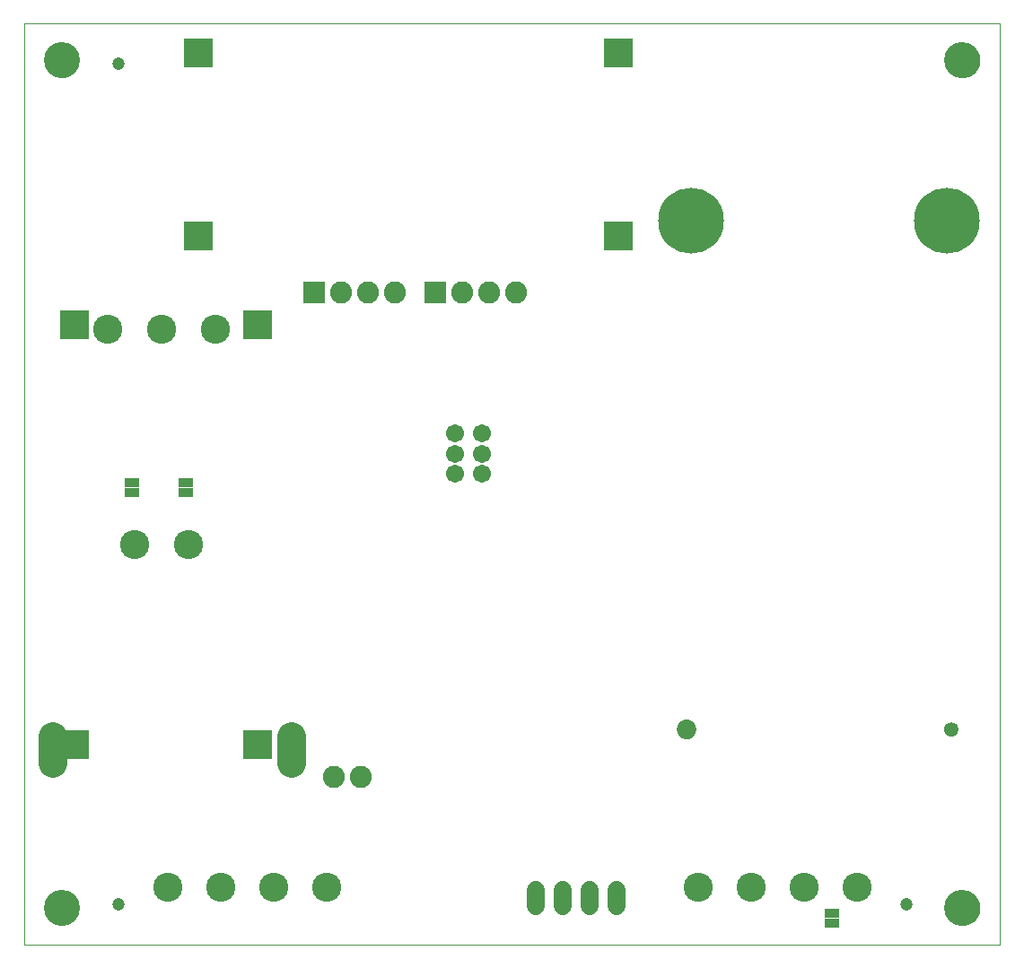
<source format=gbs>
G75*
%MOIN*%
%OFA0B0*%
%FSLAX25Y25*%
%IPPOS*%
%LPD*%
%AMOC8*
5,1,8,0,0,1.08239X$1,22.5*
%
%ADD10C,0.00000*%
%ADD11C,0.10800*%
%ADD12C,0.07296*%
%ADD13C,0.05328*%
%ADD14R,0.08200X0.08200*%
%ADD15C,0.08200*%
%ADD16C,0.04737*%
%ADD17R,0.05800X0.03300*%
%ADD18C,0.10800*%
%ADD19R,0.10643X0.10643*%
%ADD20C,0.06800*%
%ADD21C,0.13398*%
%ADD22C,0.24422*%
%ADD23C,0.06706*%
D10*
X0003220Y0057549D02*
X0003220Y0400069D01*
X0365642Y0400069D01*
X0365642Y0057549D01*
X0003220Y0057549D01*
X0010701Y0071329D02*
X0010703Y0071487D01*
X0010709Y0071645D01*
X0010719Y0071803D01*
X0010733Y0071961D01*
X0010751Y0072118D01*
X0010772Y0072275D01*
X0010798Y0072431D01*
X0010828Y0072587D01*
X0010861Y0072742D01*
X0010899Y0072895D01*
X0010940Y0073048D01*
X0010985Y0073200D01*
X0011034Y0073351D01*
X0011087Y0073500D01*
X0011143Y0073648D01*
X0011203Y0073794D01*
X0011267Y0073939D01*
X0011335Y0074082D01*
X0011406Y0074224D01*
X0011480Y0074364D01*
X0011558Y0074501D01*
X0011640Y0074637D01*
X0011724Y0074771D01*
X0011813Y0074902D01*
X0011904Y0075031D01*
X0011999Y0075158D01*
X0012096Y0075283D01*
X0012197Y0075405D01*
X0012301Y0075524D01*
X0012408Y0075641D01*
X0012518Y0075755D01*
X0012631Y0075866D01*
X0012746Y0075975D01*
X0012864Y0076080D01*
X0012985Y0076182D01*
X0013108Y0076282D01*
X0013234Y0076378D01*
X0013362Y0076471D01*
X0013492Y0076561D01*
X0013625Y0076647D01*
X0013760Y0076731D01*
X0013896Y0076810D01*
X0014035Y0076887D01*
X0014176Y0076959D01*
X0014318Y0077029D01*
X0014462Y0077094D01*
X0014608Y0077156D01*
X0014755Y0077214D01*
X0014904Y0077269D01*
X0015054Y0077320D01*
X0015205Y0077367D01*
X0015357Y0077410D01*
X0015510Y0077449D01*
X0015665Y0077485D01*
X0015820Y0077516D01*
X0015976Y0077544D01*
X0016132Y0077568D01*
X0016289Y0077588D01*
X0016447Y0077604D01*
X0016604Y0077616D01*
X0016763Y0077624D01*
X0016921Y0077628D01*
X0017079Y0077628D01*
X0017237Y0077624D01*
X0017396Y0077616D01*
X0017553Y0077604D01*
X0017711Y0077588D01*
X0017868Y0077568D01*
X0018024Y0077544D01*
X0018180Y0077516D01*
X0018335Y0077485D01*
X0018490Y0077449D01*
X0018643Y0077410D01*
X0018795Y0077367D01*
X0018946Y0077320D01*
X0019096Y0077269D01*
X0019245Y0077214D01*
X0019392Y0077156D01*
X0019538Y0077094D01*
X0019682Y0077029D01*
X0019824Y0076959D01*
X0019965Y0076887D01*
X0020104Y0076810D01*
X0020240Y0076731D01*
X0020375Y0076647D01*
X0020508Y0076561D01*
X0020638Y0076471D01*
X0020766Y0076378D01*
X0020892Y0076282D01*
X0021015Y0076182D01*
X0021136Y0076080D01*
X0021254Y0075975D01*
X0021369Y0075866D01*
X0021482Y0075755D01*
X0021592Y0075641D01*
X0021699Y0075524D01*
X0021803Y0075405D01*
X0021904Y0075283D01*
X0022001Y0075158D01*
X0022096Y0075031D01*
X0022187Y0074902D01*
X0022276Y0074771D01*
X0022360Y0074637D01*
X0022442Y0074501D01*
X0022520Y0074364D01*
X0022594Y0074224D01*
X0022665Y0074082D01*
X0022733Y0073939D01*
X0022797Y0073794D01*
X0022857Y0073648D01*
X0022913Y0073500D01*
X0022966Y0073351D01*
X0023015Y0073200D01*
X0023060Y0073048D01*
X0023101Y0072895D01*
X0023139Y0072742D01*
X0023172Y0072587D01*
X0023202Y0072431D01*
X0023228Y0072275D01*
X0023249Y0072118D01*
X0023267Y0071961D01*
X0023281Y0071803D01*
X0023291Y0071645D01*
X0023297Y0071487D01*
X0023299Y0071329D01*
X0023297Y0071171D01*
X0023291Y0071013D01*
X0023281Y0070855D01*
X0023267Y0070697D01*
X0023249Y0070540D01*
X0023228Y0070383D01*
X0023202Y0070227D01*
X0023172Y0070071D01*
X0023139Y0069916D01*
X0023101Y0069763D01*
X0023060Y0069610D01*
X0023015Y0069458D01*
X0022966Y0069307D01*
X0022913Y0069158D01*
X0022857Y0069010D01*
X0022797Y0068864D01*
X0022733Y0068719D01*
X0022665Y0068576D01*
X0022594Y0068434D01*
X0022520Y0068294D01*
X0022442Y0068157D01*
X0022360Y0068021D01*
X0022276Y0067887D01*
X0022187Y0067756D01*
X0022096Y0067627D01*
X0022001Y0067500D01*
X0021904Y0067375D01*
X0021803Y0067253D01*
X0021699Y0067134D01*
X0021592Y0067017D01*
X0021482Y0066903D01*
X0021369Y0066792D01*
X0021254Y0066683D01*
X0021136Y0066578D01*
X0021015Y0066476D01*
X0020892Y0066376D01*
X0020766Y0066280D01*
X0020638Y0066187D01*
X0020508Y0066097D01*
X0020375Y0066011D01*
X0020240Y0065927D01*
X0020104Y0065848D01*
X0019965Y0065771D01*
X0019824Y0065699D01*
X0019682Y0065629D01*
X0019538Y0065564D01*
X0019392Y0065502D01*
X0019245Y0065444D01*
X0019096Y0065389D01*
X0018946Y0065338D01*
X0018795Y0065291D01*
X0018643Y0065248D01*
X0018490Y0065209D01*
X0018335Y0065173D01*
X0018180Y0065142D01*
X0018024Y0065114D01*
X0017868Y0065090D01*
X0017711Y0065070D01*
X0017553Y0065054D01*
X0017396Y0065042D01*
X0017237Y0065034D01*
X0017079Y0065030D01*
X0016921Y0065030D01*
X0016763Y0065034D01*
X0016604Y0065042D01*
X0016447Y0065054D01*
X0016289Y0065070D01*
X0016132Y0065090D01*
X0015976Y0065114D01*
X0015820Y0065142D01*
X0015665Y0065173D01*
X0015510Y0065209D01*
X0015357Y0065248D01*
X0015205Y0065291D01*
X0015054Y0065338D01*
X0014904Y0065389D01*
X0014755Y0065444D01*
X0014608Y0065502D01*
X0014462Y0065564D01*
X0014318Y0065629D01*
X0014176Y0065699D01*
X0014035Y0065771D01*
X0013896Y0065848D01*
X0013760Y0065927D01*
X0013625Y0066011D01*
X0013492Y0066097D01*
X0013362Y0066187D01*
X0013234Y0066280D01*
X0013108Y0066376D01*
X0012985Y0066476D01*
X0012864Y0066578D01*
X0012746Y0066683D01*
X0012631Y0066792D01*
X0012518Y0066903D01*
X0012408Y0067017D01*
X0012301Y0067134D01*
X0012197Y0067253D01*
X0012096Y0067375D01*
X0011999Y0067500D01*
X0011904Y0067627D01*
X0011813Y0067756D01*
X0011724Y0067887D01*
X0011640Y0068021D01*
X0011558Y0068157D01*
X0011480Y0068294D01*
X0011406Y0068434D01*
X0011335Y0068576D01*
X0011267Y0068719D01*
X0011203Y0068864D01*
X0011143Y0069010D01*
X0011087Y0069158D01*
X0011034Y0069307D01*
X0010985Y0069458D01*
X0010940Y0069610D01*
X0010899Y0069763D01*
X0010861Y0069916D01*
X0010828Y0070071D01*
X0010798Y0070227D01*
X0010772Y0070383D01*
X0010751Y0070540D01*
X0010733Y0070697D01*
X0010719Y0070855D01*
X0010709Y0071013D01*
X0010703Y0071171D01*
X0010701Y0071329D01*
X0245760Y0137549D02*
X0245762Y0137662D01*
X0245768Y0137776D01*
X0245778Y0137889D01*
X0245792Y0138001D01*
X0245809Y0138113D01*
X0245831Y0138224D01*
X0245856Y0138335D01*
X0245886Y0138444D01*
X0245919Y0138553D01*
X0245956Y0138660D01*
X0245997Y0138766D01*
X0246041Y0138870D01*
X0246089Y0138973D01*
X0246140Y0139074D01*
X0246195Y0139173D01*
X0246254Y0139270D01*
X0246315Y0139365D01*
X0246380Y0139458D01*
X0246449Y0139549D01*
X0246520Y0139637D01*
X0246594Y0139722D01*
X0246672Y0139805D01*
X0246752Y0139885D01*
X0246835Y0139963D01*
X0246920Y0140037D01*
X0247008Y0140108D01*
X0247099Y0140177D01*
X0247192Y0140242D01*
X0247287Y0140303D01*
X0247384Y0140362D01*
X0247483Y0140417D01*
X0247584Y0140468D01*
X0247687Y0140516D01*
X0247791Y0140560D01*
X0247897Y0140601D01*
X0248004Y0140638D01*
X0248113Y0140671D01*
X0248222Y0140701D01*
X0248333Y0140726D01*
X0248444Y0140748D01*
X0248556Y0140765D01*
X0248668Y0140779D01*
X0248781Y0140789D01*
X0248895Y0140795D01*
X0249008Y0140797D01*
X0249121Y0140795D01*
X0249235Y0140789D01*
X0249348Y0140779D01*
X0249460Y0140765D01*
X0249572Y0140748D01*
X0249683Y0140726D01*
X0249794Y0140701D01*
X0249903Y0140671D01*
X0250012Y0140638D01*
X0250119Y0140601D01*
X0250225Y0140560D01*
X0250329Y0140516D01*
X0250432Y0140468D01*
X0250533Y0140417D01*
X0250632Y0140362D01*
X0250729Y0140303D01*
X0250824Y0140242D01*
X0250917Y0140177D01*
X0251008Y0140108D01*
X0251096Y0140037D01*
X0251181Y0139963D01*
X0251264Y0139885D01*
X0251344Y0139805D01*
X0251422Y0139722D01*
X0251496Y0139637D01*
X0251567Y0139549D01*
X0251636Y0139458D01*
X0251701Y0139365D01*
X0251762Y0139270D01*
X0251821Y0139173D01*
X0251876Y0139074D01*
X0251927Y0138973D01*
X0251975Y0138870D01*
X0252019Y0138766D01*
X0252060Y0138660D01*
X0252097Y0138553D01*
X0252130Y0138444D01*
X0252160Y0138335D01*
X0252185Y0138224D01*
X0252207Y0138113D01*
X0252224Y0138001D01*
X0252238Y0137889D01*
X0252248Y0137776D01*
X0252254Y0137662D01*
X0252256Y0137549D01*
X0252254Y0137436D01*
X0252248Y0137322D01*
X0252238Y0137209D01*
X0252224Y0137097D01*
X0252207Y0136985D01*
X0252185Y0136874D01*
X0252160Y0136763D01*
X0252130Y0136654D01*
X0252097Y0136545D01*
X0252060Y0136438D01*
X0252019Y0136332D01*
X0251975Y0136228D01*
X0251927Y0136125D01*
X0251876Y0136024D01*
X0251821Y0135925D01*
X0251762Y0135828D01*
X0251701Y0135733D01*
X0251636Y0135640D01*
X0251567Y0135549D01*
X0251496Y0135461D01*
X0251422Y0135376D01*
X0251344Y0135293D01*
X0251264Y0135213D01*
X0251181Y0135135D01*
X0251096Y0135061D01*
X0251008Y0134990D01*
X0250917Y0134921D01*
X0250824Y0134856D01*
X0250729Y0134795D01*
X0250632Y0134736D01*
X0250533Y0134681D01*
X0250432Y0134630D01*
X0250329Y0134582D01*
X0250225Y0134538D01*
X0250119Y0134497D01*
X0250012Y0134460D01*
X0249903Y0134427D01*
X0249794Y0134397D01*
X0249683Y0134372D01*
X0249572Y0134350D01*
X0249460Y0134333D01*
X0249348Y0134319D01*
X0249235Y0134309D01*
X0249121Y0134303D01*
X0249008Y0134301D01*
X0248895Y0134303D01*
X0248781Y0134309D01*
X0248668Y0134319D01*
X0248556Y0134333D01*
X0248444Y0134350D01*
X0248333Y0134372D01*
X0248222Y0134397D01*
X0248113Y0134427D01*
X0248004Y0134460D01*
X0247897Y0134497D01*
X0247791Y0134538D01*
X0247687Y0134582D01*
X0247584Y0134630D01*
X0247483Y0134681D01*
X0247384Y0134736D01*
X0247287Y0134795D01*
X0247192Y0134856D01*
X0247099Y0134921D01*
X0247008Y0134990D01*
X0246920Y0135061D01*
X0246835Y0135135D01*
X0246752Y0135213D01*
X0246672Y0135293D01*
X0246594Y0135376D01*
X0246520Y0135461D01*
X0246449Y0135549D01*
X0246380Y0135640D01*
X0246315Y0135733D01*
X0246254Y0135828D01*
X0246195Y0135925D01*
X0246140Y0136024D01*
X0246089Y0136125D01*
X0246041Y0136228D01*
X0245997Y0136332D01*
X0245956Y0136438D01*
X0245919Y0136545D01*
X0245886Y0136654D01*
X0245856Y0136763D01*
X0245831Y0136874D01*
X0245809Y0136985D01*
X0245792Y0137097D01*
X0245778Y0137209D01*
X0245768Y0137322D01*
X0245762Y0137436D01*
X0245760Y0137549D01*
X0345169Y0137549D02*
X0345171Y0137644D01*
X0345177Y0137738D01*
X0345187Y0137833D01*
X0345201Y0137927D01*
X0345218Y0138020D01*
X0345240Y0138112D01*
X0345266Y0138203D01*
X0345295Y0138294D01*
X0345328Y0138382D01*
X0345365Y0138470D01*
X0345405Y0138556D01*
X0345449Y0138640D01*
X0345496Y0138722D01*
X0345547Y0138802D01*
X0345601Y0138880D01*
X0345659Y0138955D01*
X0345719Y0139028D01*
X0345783Y0139099D01*
X0345849Y0139167D01*
X0345918Y0139231D01*
X0345990Y0139293D01*
X0346064Y0139352D01*
X0346141Y0139408D01*
X0346220Y0139461D01*
X0346301Y0139510D01*
X0346384Y0139555D01*
X0346469Y0139598D01*
X0346556Y0139636D01*
X0346644Y0139671D01*
X0346733Y0139702D01*
X0346824Y0139730D01*
X0346916Y0139753D01*
X0347009Y0139773D01*
X0347102Y0139789D01*
X0347196Y0139801D01*
X0347291Y0139809D01*
X0347386Y0139813D01*
X0347480Y0139813D01*
X0347575Y0139809D01*
X0347670Y0139801D01*
X0347764Y0139789D01*
X0347857Y0139773D01*
X0347950Y0139753D01*
X0348042Y0139730D01*
X0348133Y0139702D01*
X0348222Y0139671D01*
X0348310Y0139636D01*
X0348397Y0139598D01*
X0348482Y0139555D01*
X0348565Y0139510D01*
X0348646Y0139461D01*
X0348725Y0139408D01*
X0348802Y0139352D01*
X0348876Y0139293D01*
X0348948Y0139231D01*
X0349017Y0139167D01*
X0349083Y0139099D01*
X0349147Y0139028D01*
X0349207Y0138955D01*
X0349265Y0138880D01*
X0349319Y0138802D01*
X0349370Y0138722D01*
X0349417Y0138640D01*
X0349461Y0138556D01*
X0349501Y0138470D01*
X0349538Y0138382D01*
X0349571Y0138294D01*
X0349600Y0138203D01*
X0349626Y0138112D01*
X0349648Y0138020D01*
X0349665Y0137927D01*
X0349679Y0137833D01*
X0349689Y0137738D01*
X0349695Y0137644D01*
X0349697Y0137549D01*
X0349695Y0137454D01*
X0349689Y0137360D01*
X0349679Y0137265D01*
X0349665Y0137171D01*
X0349648Y0137078D01*
X0349626Y0136986D01*
X0349600Y0136895D01*
X0349571Y0136804D01*
X0349538Y0136716D01*
X0349501Y0136628D01*
X0349461Y0136542D01*
X0349417Y0136458D01*
X0349370Y0136376D01*
X0349319Y0136296D01*
X0349265Y0136218D01*
X0349207Y0136143D01*
X0349147Y0136070D01*
X0349083Y0135999D01*
X0349017Y0135931D01*
X0348948Y0135867D01*
X0348876Y0135805D01*
X0348802Y0135746D01*
X0348725Y0135690D01*
X0348646Y0135637D01*
X0348565Y0135588D01*
X0348482Y0135543D01*
X0348397Y0135500D01*
X0348310Y0135462D01*
X0348222Y0135427D01*
X0348133Y0135396D01*
X0348042Y0135368D01*
X0347950Y0135345D01*
X0347857Y0135325D01*
X0347764Y0135309D01*
X0347670Y0135297D01*
X0347575Y0135289D01*
X0347480Y0135285D01*
X0347386Y0135285D01*
X0347291Y0135289D01*
X0347196Y0135297D01*
X0347102Y0135309D01*
X0347009Y0135325D01*
X0346916Y0135345D01*
X0346824Y0135368D01*
X0346733Y0135396D01*
X0346644Y0135427D01*
X0346556Y0135462D01*
X0346469Y0135500D01*
X0346384Y0135543D01*
X0346301Y0135588D01*
X0346220Y0135637D01*
X0346141Y0135690D01*
X0346064Y0135746D01*
X0345990Y0135805D01*
X0345918Y0135867D01*
X0345849Y0135931D01*
X0345783Y0135999D01*
X0345719Y0136070D01*
X0345659Y0136143D01*
X0345601Y0136218D01*
X0345547Y0136296D01*
X0345496Y0136376D01*
X0345449Y0136458D01*
X0345405Y0136542D01*
X0345365Y0136628D01*
X0345328Y0136716D01*
X0345295Y0136804D01*
X0345266Y0136895D01*
X0345240Y0136986D01*
X0345218Y0137078D01*
X0345201Y0137171D01*
X0345187Y0137265D01*
X0345177Y0137360D01*
X0345171Y0137454D01*
X0345169Y0137549D01*
X0345347Y0071329D02*
X0345349Y0071487D01*
X0345355Y0071645D01*
X0345365Y0071803D01*
X0345379Y0071961D01*
X0345397Y0072118D01*
X0345418Y0072275D01*
X0345444Y0072431D01*
X0345474Y0072587D01*
X0345507Y0072742D01*
X0345545Y0072895D01*
X0345586Y0073048D01*
X0345631Y0073200D01*
X0345680Y0073351D01*
X0345733Y0073500D01*
X0345789Y0073648D01*
X0345849Y0073794D01*
X0345913Y0073939D01*
X0345981Y0074082D01*
X0346052Y0074224D01*
X0346126Y0074364D01*
X0346204Y0074501D01*
X0346286Y0074637D01*
X0346370Y0074771D01*
X0346459Y0074902D01*
X0346550Y0075031D01*
X0346645Y0075158D01*
X0346742Y0075283D01*
X0346843Y0075405D01*
X0346947Y0075524D01*
X0347054Y0075641D01*
X0347164Y0075755D01*
X0347277Y0075866D01*
X0347392Y0075975D01*
X0347510Y0076080D01*
X0347631Y0076182D01*
X0347754Y0076282D01*
X0347880Y0076378D01*
X0348008Y0076471D01*
X0348138Y0076561D01*
X0348271Y0076647D01*
X0348406Y0076731D01*
X0348542Y0076810D01*
X0348681Y0076887D01*
X0348822Y0076959D01*
X0348964Y0077029D01*
X0349108Y0077094D01*
X0349254Y0077156D01*
X0349401Y0077214D01*
X0349550Y0077269D01*
X0349700Y0077320D01*
X0349851Y0077367D01*
X0350003Y0077410D01*
X0350156Y0077449D01*
X0350311Y0077485D01*
X0350466Y0077516D01*
X0350622Y0077544D01*
X0350778Y0077568D01*
X0350935Y0077588D01*
X0351093Y0077604D01*
X0351250Y0077616D01*
X0351409Y0077624D01*
X0351567Y0077628D01*
X0351725Y0077628D01*
X0351883Y0077624D01*
X0352042Y0077616D01*
X0352199Y0077604D01*
X0352357Y0077588D01*
X0352514Y0077568D01*
X0352670Y0077544D01*
X0352826Y0077516D01*
X0352981Y0077485D01*
X0353136Y0077449D01*
X0353289Y0077410D01*
X0353441Y0077367D01*
X0353592Y0077320D01*
X0353742Y0077269D01*
X0353891Y0077214D01*
X0354038Y0077156D01*
X0354184Y0077094D01*
X0354328Y0077029D01*
X0354470Y0076959D01*
X0354611Y0076887D01*
X0354750Y0076810D01*
X0354886Y0076731D01*
X0355021Y0076647D01*
X0355154Y0076561D01*
X0355284Y0076471D01*
X0355412Y0076378D01*
X0355538Y0076282D01*
X0355661Y0076182D01*
X0355782Y0076080D01*
X0355900Y0075975D01*
X0356015Y0075866D01*
X0356128Y0075755D01*
X0356238Y0075641D01*
X0356345Y0075524D01*
X0356449Y0075405D01*
X0356550Y0075283D01*
X0356647Y0075158D01*
X0356742Y0075031D01*
X0356833Y0074902D01*
X0356922Y0074771D01*
X0357006Y0074637D01*
X0357088Y0074501D01*
X0357166Y0074364D01*
X0357240Y0074224D01*
X0357311Y0074082D01*
X0357379Y0073939D01*
X0357443Y0073794D01*
X0357503Y0073648D01*
X0357559Y0073500D01*
X0357612Y0073351D01*
X0357661Y0073200D01*
X0357706Y0073048D01*
X0357747Y0072895D01*
X0357785Y0072742D01*
X0357818Y0072587D01*
X0357848Y0072431D01*
X0357874Y0072275D01*
X0357895Y0072118D01*
X0357913Y0071961D01*
X0357927Y0071803D01*
X0357937Y0071645D01*
X0357943Y0071487D01*
X0357945Y0071329D01*
X0357943Y0071171D01*
X0357937Y0071013D01*
X0357927Y0070855D01*
X0357913Y0070697D01*
X0357895Y0070540D01*
X0357874Y0070383D01*
X0357848Y0070227D01*
X0357818Y0070071D01*
X0357785Y0069916D01*
X0357747Y0069763D01*
X0357706Y0069610D01*
X0357661Y0069458D01*
X0357612Y0069307D01*
X0357559Y0069158D01*
X0357503Y0069010D01*
X0357443Y0068864D01*
X0357379Y0068719D01*
X0357311Y0068576D01*
X0357240Y0068434D01*
X0357166Y0068294D01*
X0357088Y0068157D01*
X0357006Y0068021D01*
X0356922Y0067887D01*
X0356833Y0067756D01*
X0356742Y0067627D01*
X0356647Y0067500D01*
X0356550Y0067375D01*
X0356449Y0067253D01*
X0356345Y0067134D01*
X0356238Y0067017D01*
X0356128Y0066903D01*
X0356015Y0066792D01*
X0355900Y0066683D01*
X0355782Y0066578D01*
X0355661Y0066476D01*
X0355538Y0066376D01*
X0355412Y0066280D01*
X0355284Y0066187D01*
X0355154Y0066097D01*
X0355021Y0066011D01*
X0354886Y0065927D01*
X0354750Y0065848D01*
X0354611Y0065771D01*
X0354470Y0065699D01*
X0354328Y0065629D01*
X0354184Y0065564D01*
X0354038Y0065502D01*
X0353891Y0065444D01*
X0353742Y0065389D01*
X0353592Y0065338D01*
X0353441Y0065291D01*
X0353289Y0065248D01*
X0353136Y0065209D01*
X0352981Y0065173D01*
X0352826Y0065142D01*
X0352670Y0065114D01*
X0352514Y0065090D01*
X0352357Y0065070D01*
X0352199Y0065054D01*
X0352042Y0065042D01*
X0351883Y0065034D01*
X0351725Y0065030D01*
X0351567Y0065030D01*
X0351409Y0065034D01*
X0351250Y0065042D01*
X0351093Y0065054D01*
X0350935Y0065070D01*
X0350778Y0065090D01*
X0350622Y0065114D01*
X0350466Y0065142D01*
X0350311Y0065173D01*
X0350156Y0065209D01*
X0350003Y0065248D01*
X0349851Y0065291D01*
X0349700Y0065338D01*
X0349550Y0065389D01*
X0349401Y0065444D01*
X0349254Y0065502D01*
X0349108Y0065564D01*
X0348964Y0065629D01*
X0348822Y0065699D01*
X0348681Y0065771D01*
X0348542Y0065848D01*
X0348406Y0065927D01*
X0348271Y0066011D01*
X0348138Y0066097D01*
X0348008Y0066187D01*
X0347880Y0066280D01*
X0347754Y0066376D01*
X0347631Y0066476D01*
X0347510Y0066578D01*
X0347392Y0066683D01*
X0347277Y0066792D01*
X0347164Y0066903D01*
X0347054Y0067017D01*
X0346947Y0067134D01*
X0346843Y0067253D01*
X0346742Y0067375D01*
X0346645Y0067500D01*
X0346550Y0067627D01*
X0346459Y0067756D01*
X0346370Y0067887D01*
X0346286Y0068021D01*
X0346204Y0068157D01*
X0346126Y0068294D01*
X0346052Y0068434D01*
X0345981Y0068576D01*
X0345913Y0068719D01*
X0345849Y0068864D01*
X0345789Y0069010D01*
X0345733Y0069158D01*
X0345680Y0069307D01*
X0345631Y0069458D01*
X0345586Y0069610D01*
X0345545Y0069763D01*
X0345507Y0069916D01*
X0345474Y0070071D01*
X0345444Y0070227D01*
X0345418Y0070383D01*
X0345397Y0070540D01*
X0345379Y0070697D01*
X0345365Y0070855D01*
X0345355Y0071013D01*
X0345349Y0071171D01*
X0345347Y0071329D01*
X0345347Y0386289D02*
X0345349Y0386447D01*
X0345355Y0386605D01*
X0345365Y0386763D01*
X0345379Y0386921D01*
X0345397Y0387078D01*
X0345418Y0387235D01*
X0345444Y0387391D01*
X0345474Y0387547D01*
X0345507Y0387702D01*
X0345545Y0387855D01*
X0345586Y0388008D01*
X0345631Y0388160D01*
X0345680Y0388311D01*
X0345733Y0388460D01*
X0345789Y0388608D01*
X0345849Y0388754D01*
X0345913Y0388899D01*
X0345981Y0389042D01*
X0346052Y0389184D01*
X0346126Y0389324D01*
X0346204Y0389461D01*
X0346286Y0389597D01*
X0346370Y0389731D01*
X0346459Y0389862D01*
X0346550Y0389991D01*
X0346645Y0390118D01*
X0346742Y0390243D01*
X0346843Y0390365D01*
X0346947Y0390484D01*
X0347054Y0390601D01*
X0347164Y0390715D01*
X0347277Y0390826D01*
X0347392Y0390935D01*
X0347510Y0391040D01*
X0347631Y0391142D01*
X0347754Y0391242D01*
X0347880Y0391338D01*
X0348008Y0391431D01*
X0348138Y0391521D01*
X0348271Y0391607D01*
X0348406Y0391691D01*
X0348542Y0391770D01*
X0348681Y0391847D01*
X0348822Y0391919D01*
X0348964Y0391989D01*
X0349108Y0392054D01*
X0349254Y0392116D01*
X0349401Y0392174D01*
X0349550Y0392229D01*
X0349700Y0392280D01*
X0349851Y0392327D01*
X0350003Y0392370D01*
X0350156Y0392409D01*
X0350311Y0392445D01*
X0350466Y0392476D01*
X0350622Y0392504D01*
X0350778Y0392528D01*
X0350935Y0392548D01*
X0351093Y0392564D01*
X0351250Y0392576D01*
X0351409Y0392584D01*
X0351567Y0392588D01*
X0351725Y0392588D01*
X0351883Y0392584D01*
X0352042Y0392576D01*
X0352199Y0392564D01*
X0352357Y0392548D01*
X0352514Y0392528D01*
X0352670Y0392504D01*
X0352826Y0392476D01*
X0352981Y0392445D01*
X0353136Y0392409D01*
X0353289Y0392370D01*
X0353441Y0392327D01*
X0353592Y0392280D01*
X0353742Y0392229D01*
X0353891Y0392174D01*
X0354038Y0392116D01*
X0354184Y0392054D01*
X0354328Y0391989D01*
X0354470Y0391919D01*
X0354611Y0391847D01*
X0354750Y0391770D01*
X0354886Y0391691D01*
X0355021Y0391607D01*
X0355154Y0391521D01*
X0355284Y0391431D01*
X0355412Y0391338D01*
X0355538Y0391242D01*
X0355661Y0391142D01*
X0355782Y0391040D01*
X0355900Y0390935D01*
X0356015Y0390826D01*
X0356128Y0390715D01*
X0356238Y0390601D01*
X0356345Y0390484D01*
X0356449Y0390365D01*
X0356550Y0390243D01*
X0356647Y0390118D01*
X0356742Y0389991D01*
X0356833Y0389862D01*
X0356922Y0389731D01*
X0357006Y0389597D01*
X0357088Y0389461D01*
X0357166Y0389324D01*
X0357240Y0389184D01*
X0357311Y0389042D01*
X0357379Y0388899D01*
X0357443Y0388754D01*
X0357503Y0388608D01*
X0357559Y0388460D01*
X0357612Y0388311D01*
X0357661Y0388160D01*
X0357706Y0388008D01*
X0357747Y0387855D01*
X0357785Y0387702D01*
X0357818Y0387547D01*
X0357848Y0387391D01*
X0357874Y0387235D01*
X0357895Y0387078D01*
X0357913Y0386921D01*
X0357927Y0386763D01*
X0357937Y0386605D01*
X0357943Y0386447D01*
X0357945Y0386289D01*
X0357943Y0386131D01*
X0357937Y0385973D01*
X0357927Y0385815D01*
X0357913Y0385657D01*
X0357895Y0385500D01*
X0357874Y0385343D01*
X0357848Y0385187D01*
X0357818Y0385031D01*
X0357785Y0384876D01*
X0357747Y0384723D01*
X0357706Y0384570D01*
X0357661Y0384418D01*
X0357612Y0384267D01*
X0357559Y0384118D01*
X0357503Y0383970D01*
X0357443Y0383824D01*
X0357379Y0383679D01*
X0357311Y0383536D01*
X0357240Y0383394D01*
X0357166Y0383254D01*
X0357088Y0383117D01*
X0357006Y0382981D01*
X0356922Y0382847D01*
X0356833Y0382716D01*
X0356742Y0382587D01*
X0356647Y0382460D01*
X0356550Y0382335D01*
X0356449Y0382213D01*
X0356345Y0382094D01*
X0356238Y0381977D01*
X0356128Y0381863D01*
X0356015Y0381752D01*
X0355900Y0381643D01*
X0355782Y0381538D01*
X0355661Y0381436D01*
X0355538Y0381336D01*
X0355412Y0381240D01*
X0355284Y0381147D01*
X0355154Y0381057D01*
X0355021Y0380971D01*
X0354886Y0380887D01*
X0354750Y0380808D01*
X0354611Y0380731D01*
X0354470Y0380659D01*
X0354328Y0380589D01*
X0354184Y0380524D01*
X0354038Y0380462D01*
X0353891Y0380404D01*
X0353742Y0380349D01*
X0353592Y0380298D01*
X0353441Y0380251D01*
X0353289Y0380208D01*
X0353136Y0380169D01*
X0352981Y0380133D01*
X0352826Y0380102D01*
X0352670Y0380074D01*
X0352514Y0380050D01*
X0352357Y0380030D01*
X0352199Y0380014D01*
X0352042Y0380002D01*
X0351883Y0379994D01*
X0351725Y0379990D01*
X0351567Y0379990D01*
X0351409Y0379994D01*
X0351250Y0380002D01*
X0351093Y0380014D01*
X0350935Y0380030D01*
X0350778Y0380050D01*
X0350622Y0380074D01*
X0350466Y0380102D01*
X0350311Y0380133D01*
X0350156Y0380169D01*
X0350003Y0380208D01*
X0349851Y0380251D01*
X0349700Y0380298D01*
X0349550Y0380349D01*
X0349401Y0380404D01*
X0349254Y0380462D01*
X0349108Y0380524D01*
X0348964Y0380589D01*
X0348822Y0380659D01*
X0348681Y0380731D01*
X0348542Y0380808D01*
X0348406Y0380887D01*
X0348271Y0380971D01*
X0348138Y0381057D01*
X0348008Y0381147D01*
X0347880Y0381240D01*
X0347754Y0381336D01*
X0347631Y0381436D01*
X0347510Y0381538D01*
X0347392Y0381643D01*
X0347277Y0381752D01*
X0347164Y0381863D01*
X0347054Y0381977D01*
X0346947Y0382094D01*
X0346843Y0382213D01*
X0346742Y0382335D01*
X0346645Y0382460D01*
X0346550Y0382587D01*
X0346459Y0382716D01*
X0346370Y0382847D01*
X0346286Y0382981D01*
X0346204Y0383117D01*
X0346126Y0383254D01*
X0346052Y0383394D01*
X0345981Y0383536D01*
X0345913Y0383679D01*
X0345849Y0383824D01*
X0345789Y0383970D01*
X0345733Y0384118D01*
X0345680Y0384267D01*
X0345631Y0384418D01*
X0345586Y0384570D01*
X0345545Y0384723D01*
X0345507Y0384876D01*
X0345474Y0385031D01*
X0345444Y0385187D01*
X0345418Y0385343D01*
X0345397Y0385500D01*
X0345379Y0385657D01*
X0345365Y0385815D01*
X0345355Y0385973D01*
X0345349Y0386131D01*
X0345347Y0386289D01*
X0010701Y0386289D02*
X0010703Y0386447D01*
X0010709Y0386605D01*
X0010719Y0386763D01*
X0010733Y0386921D01*
X0010751Y0387078D01*
X0010772Y0387235D01*
X0010798Y0387391D01*
X0010828Y0387547D01*
X0010861Y0387702D01*
X0010899Y0387855D01*
X0010940Y0388008D01*
X0010985Y0388160D01*
X0011034Y0388311D01*
X0011087Y0388460D01*
X0011143Y0388608D01*
X0011203Y0388754D01*
X0011267Y0388899D01*
X0011335Y0389042D01*
X0011406Y0389184D01*
X0011480Y0389324D01*
X0011558Y0389461D01*
X0011640Y0389597D01*
X0011724Y0389731D01*
X0011813Y0389862D01*
X0011904Y0389991D01*
X0011999Y0390118D01*
X0012096Y0390243D01*
X0012197Y0390365D01*
X0012301Y0390484D01*
X0012408Y0390601D01*
X0012518Y0390715D01*
X0012631Y0390826D01*
X0012746Y0390935D01*
X0012864Y0391040D01*
X0012985Y0391142D01*
X0013108Y0391242D01*
X0013234Y0391338D01*
X0013362Y0391431D01*
X0013492Y0391521D01*
X0013625Y0391607D01*
X0013760Y0391691D01*
X0013896Y0391770D01*
X0014035Y0391847D01*
X0014176Y0391919D01*
X0014318Y0391989D01*
X0014462Y0392054D01*
X0014608Y0392116D01*
X0014755Y0392174D01*
X0014904Y0392229D01*
X0015054Y0392280D01*
X0015205Y0392327D01*
X0015357Y0392370D01*
X0015510Y0392409D01*
X0015665Y0392445D01*
X0015820Y0392476D01*
X0015976Y0392504D01*
X0016132Y0392528D01*
X0016289Y0392548D01*
X0016447Y0392564D01*
X0016604Y0392576D01*
X0016763Y0392584D01*
X0016921Y0392588D01*
X0017079Y0392588D01*
X0017237Y0392584D01*
X0017396Y0392576D01*
X0017553Y0392564D01*
X0017711Y0392548D01*
X0017868Y0392528D01*
X0018024Y0392504D01*
X0018180Y0392476D01*
X0018335Y0392445D01*
X0018490Y0392409D01*
X0018643Y0392370D01*
X0018795Y0392327D01*
X0018946Y0392280D01*
X0019096Y0392229D01*
X0019245Y0392174D01*
X0019392Y0392116D01*
X0019538Y0392054D01*
X0019682Y0391989D01*
X0019824Y0391919D01*
X0019965Y0391847D01*
X0020104Y0391770D01*
X0020240Y0391691D01*
X0020375Y0391607D01*
X0020508Y0391521D01*
X0020638Y0391431D01*
X0020766Y0391338D01*
X0020892Y0391242D01*
X0021015Y0391142D01*
X0021136Y0391040D01*
X0021254Y0390935D01*
X0021369Y0390826D01*
X0021482Y0390715D01*
X0021592Y0390601D01*
X0021699Y0390484D01*
X0021803Y0390365D01*
X0021904Y0390243D01*
X0022001Y0390118D01*
X0022096Y0389991D01*
X0022187Y0389862D01*
X0022276Y0389731D01*
X0022360Y0389597D01*
X0022442Y0389461D01*
X0022520Y0389324D01*
X0022594Y0389184D01*
X0022665Y0389042D01*
X0022733Y0388899D01*
X0022797Y0388754D01*
X0022857Y0388608D01*
X0022913Y0388460D01*
X0022966Y0388311D01*
X0023015Y0388160D01*
X0023060Y0388008D01*
X0023101Y0387855D01*
X0023139Y0387702D01*
X0023172Y0387547D01*
X0023202Y0387391D01*
X0023228Y0387235D01*
X0023249Y0387078D01*
X0023267Y0386921D01*
X0023281Y0386763D01*
X0023291Y0386605D01*
X0023297Y0386447D01*
X0023299Y0386289D01*
X0023297Y0386131D01*
X0023291Y0385973D01*
X0023281Y0385815D01*
X0023267Y0385657D01*
X0023249Y0385500D01*
X0023228Y0385343D01*
X0023202Y0385187D01*
X0023172Y0385031D01*
X0023139Y0384876D01*
X0023101Y0384723D01*
X0023060Y0384570D01*
X0023015Y0384418D01*
X0022966Y0384267D01*
X0022913Y0384118D01*
X0022857Y0383970D01*
X0022797Y0383824D01*
X0022733Y0383679D01*
X0022665Y0383536D01*
X0022594Y0383394D01*
X0022520Y0383254D01*
X0022442Y0383117D01*
X0022360Y0382981D01*
X0022276Y0382847D01*
X0022187Y0382716D01*
X0022096Y0382587D01*
X0022001Y0382460D01*
X0021904Y0382335D01*
X0021803Y0382213D01*
X0021699Y0382094D01*
X0021592Y0381977D01*
X0021482Y0381863D01*
X0021369Y0381752D01*
X0021254Y0381643D01*
X0021136Y0381538D01*
X0021015Y0381436D01*
X0020892Y0381336D01*
X0020766Y0381240D01*
X0020638Y0381147D01*
X0020508Y0381057D01*
X0020375Y0380971D01*
X0020240Y0380887D01*
X0020104Y0380808D01*
X0019965Y0380731D01*
X0019824Y0380659D01*
X0019682Y0380589D01*
X0019538Y0380524D01*
X0019392Y0380462D01*
X0019245Y0380404D01*
X0019096Y0380349D01*
X0018946Y0380298D01*
X0018795Y0380251D01*
X0018643Y0380208D01*
X0018490Y0380169D01*
X0018335Y0380133D01*
X0018180Y0380102D01*
X0018024Y0380074D01*
X0017868Y0380050D01*
X0017711Y0380030D01*
X0017553Y0380014D01*
X0017396Y0380002D01*
X0017237Y0379994D01*
X0017079Y0379990D01*
X0016921Y0379990D01*
X0016763Y0379994D01*
X0016604Y0380002D01*
X0016447Y0380014D01*
X0016289Y0380030D01*
X0016132Y0380050D01*
X0015976Y0380074D01*
X0015820Y0380102D01*
X0015665Y0380133D01*
X0015510Y0380169D01*
X0015357Y0380208D01*
X0015205Y0380251D01*
X0015054Y0380298D01*
X0014904Y0380349D01*
X0014755Y0380404D01*
X0014608Y0380462D01*
X0014462Y0380524D01*
X0014318Y0380589D01*
X0014176Y0380659D01*
X0014035Y0380731D01*
X0013896Y0380808D01*
X0013760Y0380887D01*
X0013625Y0380971D01*
X0013492Y0381057D01*
X0013362Y0381147D01*
X0013234Y0381240D01*
X0013108Y0381336D01*
X0012985Y0381436D01*
X0012864Y0381538D01*
X0012746Y0381643D01*
X0012631Y0381752D01*
X0012518Y0381863D01*
X0012408Y0381977D01*
X0012301Y0382094D01*
X0012197Y0382213D01*
X0012096Y0382335D01*
X0011999Y0382460D01*
X0011904Y0382587D01*
X0011813Y0382716D01*
X0011724Y0382847D01*
X0011640Y0382981D01*
X0011558Y0383117D01*
X0011480Y0383254D01*
X0011406Y0383394D01*
X0011335Y0383536D01*
X0011267Y0383679D01*
X0011203Y0383824D01*
X0011143Y0383970D01*
X0011087Y0384118D01*
X0011034Y0384267D01*
X0010985Y0384418D01*
X0010940Y0384570D01*
X0010899Y0384723D01*
X0010861Y0384876D01*
X0010828Y0385031D01*
X0010798Y0385187D01*
X0010772Y0385343D01*
X0010751Y0385500D01*
X0010733Y0385657D01*
X0010719Y0385815D01*
X0010709Y0385973D01*
X0010703Y0386131D01*
X0010701Y0386289D01*
D11*
X0013920Y0135049D02*
X0013920Y0125049D01*
X0102520Y0125049D02*
X0102520Y0135049D01*
D12*
X0249008Y0137549D03*
D13*
X0347433Y0137549D03*
D14*
X0155720Y0300049D03*
X0110720Y0300049D03*
D15*
X0120720Y0300049D03*
X0130720Y0300049D03*
X0140720Y0300049D03*
X0165720Y0300049D03*
X0175720Y0300049D03*
X0185720Y0300049D03*
X0128220Y0120049D03*
X0118220Y0120049D03*
D16*
X0038220Y0072549D03*
X0038220Y0385049D03*
X0330720Y0072549D03*
D17*
X0303220Y0069321D03*
X0303220Y0065778D03*
X0063220Y0225778D03*
X0063220Y0229321D03*
X0043220Y0229321D03*
X0043220Y0225778D03*
D18*
X0044008Y0206230D03*
X0064008Y0206230D03*
X0074008Y0286230D03*
X0054008Y0286230D03*
X0034008Y0286230D03*
X0056591Y0079006D03*
X0076276Y0079006D03*
X0095961Y0079006D03*
X0115646Y0079006D03*
X0253441Y0079006D03*
X0273126Y0079006D03*
X0292811Y0079006D03*
X0312496Y0079006D03*
D19*
X0089720Y0132049D03*
X0021720Y0132049D03*
X0021720Y0288049D03*
X0067720Y0321049D03*
X0089720Y0288049D03*
X0067720Y0389049D03*
X0223720Y0389049D03*
X0223720Y0321049D03*
D20*
X0223220Y0078049D02*
X0223220Y0072049D01*
X0213220Y0072049D02*
X0213220Y0078049D01*
X0203220Y0078049D02*
X0203220Y0072049D01*
X0193220Y0072049D02*
X0193220Y0078049D01*
D21*
X0351646Y0071329D03*
X0351646Y0386289D03*
X0017000Y0386289D03*
X0017000Y0071329D03*
D22*
X0250720Y0326549D03*
X0345720Y0326549D03*
D23*
X0173220Y0247549D03*
X0173220Y0240049D03*
X0173220Y0232549D03*
X0163220Y0232549D03*
X0163220Y0240049D03*
X0163220Y0247549D03*
M02*

</source>
